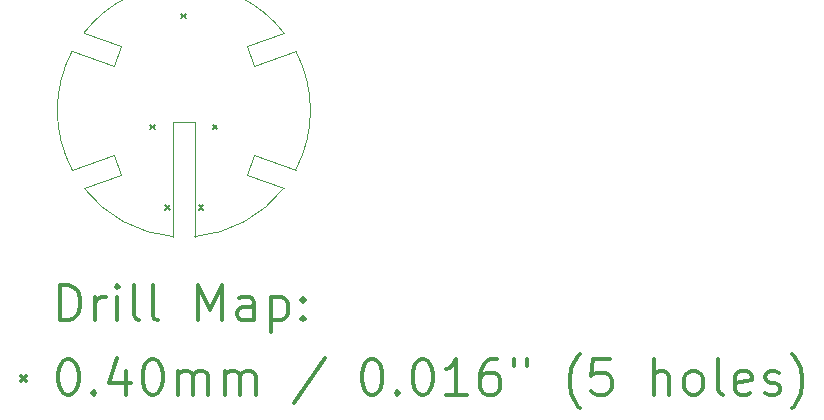
<source format=gbr>
%FSLAX45Y45*%
G04 Gerber Fmt 4.5, Leading zero omitted, Abs format (unit mm)*
G04 Created by KiCad (PCBNEW (5.1.5)-3) date 2021-03-06 07:38:31*
%MOMM*%
%LPD*%
G04 APERTURE LIST*
%TA.AperFunction,Profile*%
%ADD10C,0.050000*%
%TD*%
%ADD11C,0.200000*%
%ADD12C,0.300000*%
G04 APERTURE END LIST*
D10*
X14489968Y-9613626D02*
X14139347Y-9741237D01*
X14489968Y-8864374D02*
X14551528Y-8695228D01*
X15682032Y-9613626D02*
X15620470Y-9782772D01*
X15176000Y-10306845D02*
X15176000Y-9339000D01*
X14139346Y-8736766D02*
X14489968Y-8864374D01*
X15176000Y-9339000D02*
X14996000Y-9339000D01*
X14551529Y-9782772D02*
X14489968Y-9613626D01*
X15932380Y-9896293D02*
G75*
G02X15176000Y-10306845I-846380J657293D01*
G01*
X14996000Y-9339000D02*
X14996000Y-10306845D01*
X14239620Y-9896293D02*
X14551529Y-9782772D01*
X14551528Y-8695228D02*
X14239618Y-8581709D01*
X14139347Y-9741237D02*
G75*
G02X14139346Y-8736766I946653J502237D01*
G01*
X14996000Y-10306845D02*
G75*
G02X14239620Y-9896293I90000J1067845D01*
G01*
X16032653Y-9741237D02*
X15682032Y-9613626D01*
X15620470Y-9782772D02*
X15932380Y-9896293D01*
X16032654Y-8736766D02*
G75*
G02X16032653Y-9741237I-946654J-502234D01*
G01*
X15682032Y-8864374D02*
X16032654Y-8736766D01*
X15620472Y-8695229D02*
X15682032Y-8864374D01*
X15932382Y-8581710D02*
X15620472Y-8695229D01*
X14239618Y-8581709D02*
G75*
G02X15932382Y-8581710I846382J-657291D01*
G01*
D11*
X15060000Y-8420000D02*
X15100000Y-8460000D01*
X15100000Y-8420000D02*
X15060000Y-8460000D01*
X15210000Y-10040000D02*
X15250000Y-10080000D01*
X15250000Y-10040000D02*
X15210000Y-10080000D01*
X15330000Y-9360000D02*
X15370000Y-9400000D01*
X15370000Y-9360000D02*
X15330000Y-9400000D01*
X14800000Y-9360000D02*
X14840000Y-9400000D01*
X14840000Y-9360000D02*
X14800000Y-9400000D01*
X14930000Y-10040000D02*
X14970000Y-10080000D01*
X14970000Y-10040000D02*
X14930000Y-10080000D01*
D12*
X14036428Y-11015714D02*
X14036428Y-10715714D01*
X14107857Y-10715714D01*
X14150714Y-10730000D01*
X14179286Y-10758571D01*
X14193571Y-10787143D01*
X14207857Y-10844286D01*
X14207857Y-10887143D01*
X14193571Y-10944286D01*
X14179286Y-10972857D01*
X14150714Y-11001429D01*
X14107857Y-11015714D01*
X14036428Y-11015714D01*
X14336428Y-11015714D02*
X14336428Y-10815714D01*
X14336428Y-10872857D02*
X14350714Y-10844286D01*
X14365000Y-10830000D01*
X14393571Y-10815714D01*
X14422143Y-10815714D01*
X14522143Y-11015714D02*
X14522143Y-10815714D01*
X14522143Y-10715714D02*
X14507857Y-10730000D01*
X14522143Y-10744286D01*
X14536428Y-10730000D01*
X14522143Y-10715714D01*
X14522143Y-10744286D01*
X14707857Y-11015714D02*
X14679286Y-11001429D01*
X14665000Y-10972857D01*
X14665000Y-10715714D01*
X14865000Y-11015714D02*
X14836428Y-11001429D01*
X14822143Y-10972857D01*
X14822143Y-10715714D01*
X15207857Y-11015714D02*
X15207857Y-10715714D01*
X15307857Y-10930000D01*
X15407857Y-10715714D01*
X15407857Y-11015714D01*
X15679286Y-11015714D02*
X15679286Y-10858571D01*
X15665000Y-10830000D01*
X15636428Y-10815714D01*
X15579286Y-10815714D01*
X15550714Y-10830000D01*
X15679286Y-11001429D02*
X15650714Y-11015714D01*
X15579286Y-11015714D01*
X15550714Y-11001429D01*
X15536428Y-10972857D01*
X15536428Y-10944286D01*
X15550714Y-10915714D01*
X15579286Y-10901429D01*
X15650714Y-10901429D01*
X15679286Y-10887143D01*
X15822143Y-10815714D02*
X15822143Y-11115714D01*
X15822143Y-10830000D02*
X15850714Y-10815714D01*
X15907857Y-10815714D01*
X15936428Y-10830000D01*
X15950714Y-10844286D01*
X15965000Y-10872857D01*
X15965000Y-10958571D01*
X15950714Y-10987143D01*
X15936428Y-11001429D01*
X15907857Y-11015714D01*
X15850714Y-11015714D01*
X15822143Y-11001429D01*
X16093571Y-10987143D02*
X16107857Y-11001429D01*
X16093571Y-11015714D01*
X16079286Y-11001429D01*
X16093571Y-10987143D01*
X16093571Y-11015714D01*
X16093571Y-10830000D02*
X16107857Y-10844286D01*
X16093571Y-10858571D01*
X16079286Y-10844286D01*
X16093571Y-10830000D01*
X16093571Y-10858571D01*
X13710000Y-11490000D02*
X13750000Y-11530000D01*
X13750000Y-11490000D02*
X13710000Y-11530000D01*
X14093571Y-11345714D02*
X14122143Y-11345714D01*
X14150714Y-11360000D01*
X14165000Y-11374286D01*
X14179286Y-11402857D01*
X14193571Y-11460000D01*
X14193571Y-11531428D01*
X14179286Y-11588571D01*
X14165000Y-11617143D01*
X14150714Y-11631428D01*
X14122143Y-11645714D01*
X14093571Y-11645714D01*
X14065000Y-11631428D01*
X14050714Y-11617143D01*
X14036428Y-11588571D01*
X14022143Y-11531428D01*
X14022143Y-11460000D01*
X14036428Y-11402857D01*
X14050714Y-11374286D01*
X14065000Y-11360000D01*
X14093571Y-11345714D01*
X14322143Y-11617143D02*
X14336428Y-11631428D01*
X14322143Y-11645714D01*
X14307857Y-11631428D01*
X14322143Y-11617143D01*
X14322143Y-11645714D01*
X14593571Y-11445714D02*
X14593571Y-11645714D01*
X14522143Y-11331428D02*
X14450714Y-11545714D01*
X14636428Y-11545714D01*
X14807857Y-11345714D02*
X14836428Y-11345714D01*
X14865000Y-11360000D01*
X14879286Y-11374286D01*
X14893571Y-11402857D01*
X14907857Y-11460000D01*
X14907857Y-11531428D01*
X14893571Y-11588571D01*
X14879286Y-11617143D01*
X14865000Y-11631428D01*
X14836428Y-11645714D01*
X14807857Y-11645714D01*
X14779286Y-11631428D01*
X14765000Y-11617143D01*
X14750714Y-11588571D01*
X14736428Y-11531428D01*
X14736428Y-11460000D01*
X14750714Y-11402857D01*
X14765000Y-11374286D01*
X14779286Y-11360000D01*
X14807857Y-11345714D01*
X15036428Y-11645714D02*
X15036428Y-11445714D01*
X15036428Y-11474286D02*
X15050714Y-11460000D01*
X15079286Y-11445714D01*
X15122143Y-11445714D01*
X15150714Y-11460000D01*
X15165000Y-11488571D01*
X15165000Y-11645714D01*
X15165000Y-11488571D02*
X15179286Y-11460000D01*
X15207857Y-11445714D01*
X15250714Y-11445714D01*
X15279286Y-11460000D01*
X15293571Y-11488571D01*
X15293571Y-11645714D01*
X15436428Y-11645714D02*
X15436428Y-11445714D01*
X15436428Y-11474286D02*
X15450714Y-11460000D01*
X15479286Y-11445714D01*
X15522143Y-11445714D01*
X15550714Y-11460000D01*
X15565000Y-11488571D01*
X15565000Y-11645714D01*
X15565000Y-11488571D02*
X15579286Y-11460000D01*
X15607857Y-11445714D01*
X15650714Y-11445714D01*
X15679286Y-11460000D01*
X15693571Y-11488571D01*
X15693571Y-11645714D01*
X16279286Y-11331428D02*
X16022143Y-11717143D01*
X16665000Y-11345714D02*
X16693571Y-11345714D01*
X16722143Y-11360000D01*
X16736428Y-11374286D01*
X16750714Y-11402857D01*
X16765000Y-11460000D01*
X16765000Y-11531428D01*
X16750714Y-11588571D01*
X16736428Y-11617143D01*
X16722143Y-11631428D01*
X16693571Y-11645714D01*
X16665000Y-11645714D01*
X16636428Y-11631428D01*
X16622143Y-11617143D01*
X16607857Y-11588571D01*
X16593571Y-11531428D01*
X16593571Y-11460000D01*
X16607857Y-11402857D01*
X16622143Y-11374286D01*
X16636428Y-11360000D01*
X16665000Y-11345714D01*
X16893571Y-11617143D02*
X16907857Y-11631428D01*
X16893571Y-11645714D01*
X16879286Y-11631428D01*
X16893571Y-11617143D01*
X16893571Y-11645714D01*
X17093571Y-11345714D02*
X17122143Y-11345714D01*
X17150714Y-11360000D01*
X17165000Y-11374286D01*
X17179286Y-11402857D01*
X17193571Y-11460000D01*
X17193571Y-11531428D01*
X17179286Y-11588571D01*
X17165000Y-11617143D01*
X17150714Y-11631428D01*
X17122143Y-11645714D01*
X17093571Y-11645714D01*
X17065000Y-11631428D01*
X17050714Y-11617143D01*
X17036429Y-11588571D01*
X17022143Y-11531428D01*
X17022143Y-11460000D01*
X17036429Y-11402857D01*
X17050714Y-11374286D01*
X17065000Y-11360000D01*
X17093571Y-11345714D01*
X17479286Y-11645714D02*
X17307857Y-11645714D01*
X17393571Y-11645714D02*
X17393571Y-11345714D01*
X17365000Y-11388571D01*
X17336429Y-11417143D01*
X17307857Y-11431428D01*
X17736429Y-11345714D02*
X17679286Y-11345714D01*
X17650714Y-11360000D01*
X17636429Y-11374286D01*
X17607857Y-11417143D01*
X17593571Y-11474286D01*
X17593571Y-11588571D01*
X17607857Y-11617143D01*
X17622143Y-11631428D01*
X17650714Y-11645714D01*
X17707857Y-11645714D01*
X17736429Y-11631428D01*
X17750714Y-11617143D01*
X17765000Y-11588571D01*
X17765000Y-11517143D01*
X17750714Y-11488571D01*
X17736429Y-11474286D01*
X17707857Y-11460000D01*
X17650714Y-11460000D01*
X17622143Y-11474286D01*
X17607857Y-11488571D01*
X17593571Y-11517143D01*
X17879286Y-11345714D02*
X17879286Y-11402857D01*
X17993571Y-11345714D02*
X17993571Y-11402857D01*
X18436429Y-11760000D02*
X18422143Y-11745714D01*
X18393571Y-11702857D01*
X18379286Y-11674286D01*
X18365000Y-11631428D01*
X18350714Y-11560000D01*
X18350714Y-11502857D01*
X18365000Y-11431428D01*
X18379286Y-11388571D01*
X18393571Y-11360000D01*
X18422143Y-11317143D01*
X18436429Y-11302857D01*
X18693571Y-11345714D02*
X18550714Y-11345714D01*
X18536429Y-11488571D01*
X18550714Y-11474286D01*
X18579286Y-11460000D01*
X18650714Y-11460000D01*
X18679286Y-11474286D01*
X18693571Y-11488571D01*
X18707857Y-11517143D01*
X18707857Y-11588571D01*
X18693571Y-11617143D01*
X18679286Y-11631428D01*
X18650714Y-11645714D01*
X18579286Y-11645714D01*
X18550714Y-11631428D01*
X18536429Y-11617143D01*
X19065000Y-11645714D02*
X19065000Y-11345714D01*
X19193571Y-11645714D02*
X19193571Y-11488571D01*
X19179286Y-11460000D01*
X19150714Y-11445714D01*
X19107857Y-11445714D01*
X19079286Y-11460000D01*
X19065000Y-11474286D01*
X19379286Y-11645714D02*
X19350714Y-11631428D01*
X19336429Y-11617143D01*
X19322143Y-11588571D01*
X19322143Y-11502857D01*
X19336429Y-11474286D01*
X19350714Y-11460000D01*
X19379286Y-11445714D01*
X19422143Y-11445714D01*
X19450714Y-11460000D01*
X19465000Y-11474286D01*
X19479286Y-11502857D01*
X19479286Y-11588571D01*
X19465000Y-11617143D01*
X19450714Y-11631428D01*
X19422143Y-11645714D01*
X19379286Y-11645714D01*
X19650714Y-11645714D02*
X19622143Y-11631428D01*
X19607857Y-11602857D01*
X19607857Y-11345714D01*
X19879286Y-11631428D02*
X19850714Y-11645714D01*
X19793571Y-11645714D01*
X19765000Y-11631428D01*
X19750714Y-11602857D01*
X19750714Y-11488571D01*
X19765000Y-11460000D01*
X19793571Y-11445714D01*
X19850714Y-11445714D01*
X19879286Y-11460000D01*
X19893571Y-11488571D01*
X19893571Y-11517143D01*
X19750714Y-11545714D01*
X20007857Y-11631428D02*
X20036429Y-11645714D01*
X20093571Y-11645714D01*
X20122143Y-11631428D01*
X20136429Y-11602857D01*
X20136429Y-11588571D01*
X20122143Y-11560000D01*
X20093571Y-11545714D01*
X20050714Y-11545714D01*
X20022143Y-11531428D01*
X20007857Y-11502857D01*
X20007857Y-11488571D01*
X20022143Y-11460000D01*
X20050714Y-11445714D01*
X20093571Y-11445714D01*
X20122143Y-11460000D01*
X20236429Y-11760000D02*
X20250714Y-11745714D01*
X20279286Y-11702857D01*
X20293571Y-11674286D01*
X20307857Y-11631428D01*
X20322143Y-11560000D01*
X20322143Y-11502857D01*
X20307857Y-11431428D01*
X20293571Y-11388571D01*
X20279286Y-11360000D01*
X20250714Y-11317143D01*
X20236429Y-11302857D01*
M02*

</source>
